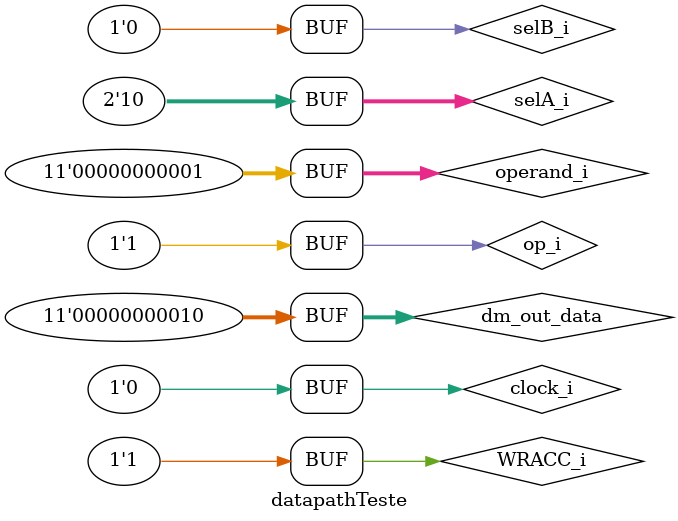
<source format=v>
`timescale 10 ns / 10 ns

module datapathTeste;

//Inputs
reg                       clock_i;
reg [1:0] 						selA_i;
reg                       selB_i;
reg                       WRACC_i;
reg [10:0] operand_i;
reg op_i;
reg [10:0] dm_out_data;

//Outputs
wire [10:0] dm_in_data;
wire [10:0] dm_addr;
wire flagZ_o;
wire flagN_o;
wire [10:0] ext_o;

datapath DUT(clock_i, selA_i,	selB_i, WRACC_i, operand_i, op_i, dm_out_data, dm_in_data, dm_addr, flagZ_o, flagN_o, ext_o);
initial
	begin

	clock_i = 1'b0;
	selA_i = 2'b0;
	selB_i = 1'b0;
	WRACC_i = 1'b0;
	op_i = 1'b0;
	operand_i = 11'b1;
	dm_out_data = 11'b0;
	
	
	#10 clock_i = 1'b1;
	
	#10 selA_i = 2'b1; WRACC_i = 1; clock_i = 1'b0;
	
	#10 clock_i = 1'b1;
	
	#10 selA_i = 2'b10; dm_out_data = 11'b10; op_i = 1'b1; clock_i = 1'b0;
	
	#10 clock_i = 1'b1;
	
	#10 clock_i = 1'b0;
	end
endmodule 
</source>
